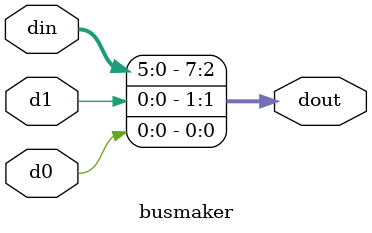
<source format=v>
`timescale 1ns / 1ps
module busmaker( input [5:0] din, input d1,
input d0,
output reg [7:0] dout
    );

always @ (din or d1 or d0)
	dout<={din,d1,d0};

endmodule

</source>
